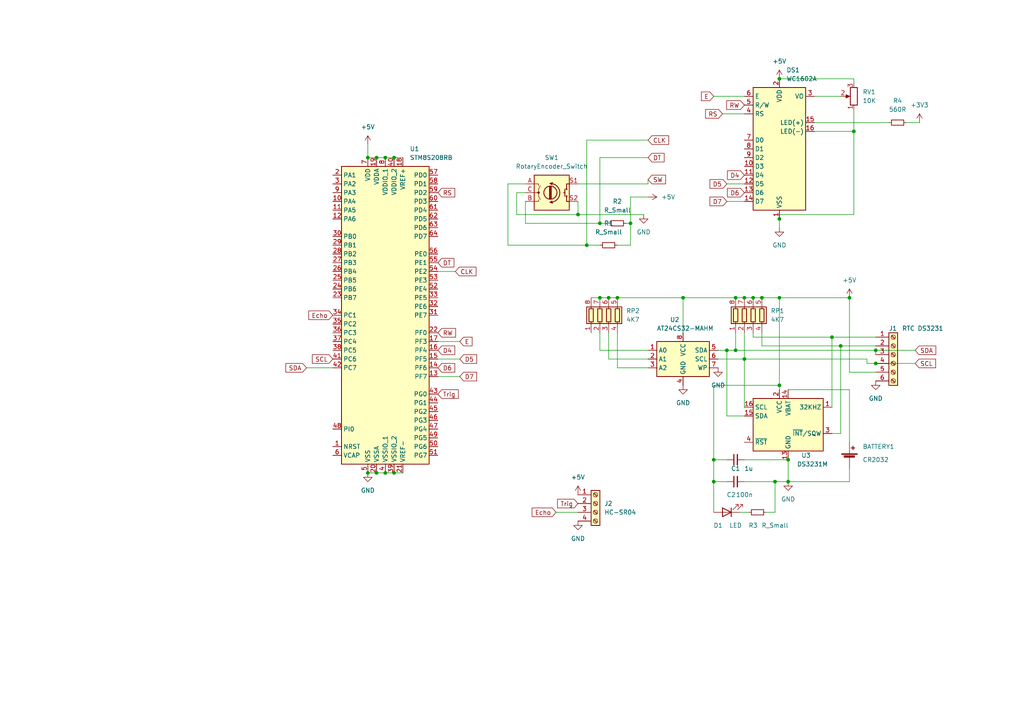
<source format=kicad_sch>
(kicad_sch (version 20211123) (generator eeschema)
  (paper "A4")
  (lib_symbols
    (symbol "Connector:Screw_Terminal_01x04" (pin_names (offset 1.016) hide)
      (property "Reference" "J" (at 0 5.08 0))
      (property "Value" "Screw_Terminal_01x04" (at 0 -7.62 0))
      (symbol "Screw_Terminal_01x04_1_1"
        (rectangle (start -1.27 3.81) (end 1.27 -6.35) (stroke (width 0.254)) (fill (type background)))
        (circle (center 0 -5.08) (radius 0.635) (stroke (width 0.1524)))
        (circle (center 0 -2.54) (radius 0.635) (stroke (width 0.1524)))
        (polyline (pts (xy -0.5334 -4.7498) (xy 0.3302 -5.588)) (stroke (width 0.1524)))
        (polyline (pts (xy -0.5334 -2.2098) (xy 0.3302 -3.048)) (stroke (width 0.1524)))
        (polyline (pts (xy -0.5334 0.3302) (xy 0.3302 -0.508)) (stroke (width 0.1524)))
        (polyline (pts (xy -0.5334 2.8702) (xy 0.3302 2.032)) (stroke (width 0.1524)))
        (polyline (pts (xy -0.3556 -4.572) (xy 0.508 -5.4102)) (stroke (width 0.1524)))
        (polyline (pts (xy -0.3556 -2.032) (xy 0.508 -2.8702)) (stroke (width 0.1524)))
        (polyline (pts (xy -0.3556 0.508) (xy 0.508 -0.3302)) (stroke (width 0.1524)))
        (polyline (pts (xy -0.3556 3.048) (xy 0.508 2.2098)) (stroke (width 0.1524)))
        (circle (center 0 0) (radius 0.635) (stroke (width 0.1524)))
        (circle (center 0 2.54) (radius 0.635) (stroke (width 0.1524)))
        (pin passive line (at -5.08 2.54 0) (length 3.81) (name "Pin_1") (number "1"))
        (pin passive line (at -5.08 0 0) (length 3.81) (name "Pin_2") (number "2"))
        (pin passive line (at -5.08 -2.54 0) (length 3.81) (name "Pin_3") (number "3"))
        (pin passive line (at -5.08 -5.08 0) (length 3.81) (name "Pin_4") (number "4"))
      )
    )
    (symbol "Connector:Screw_Terminal_01x06" (pin_names (offset 1.016) hide)
      (property "Reference" "J" (at 0 7.62 0))
      (property "Value" "Screw_Terminal_01x06" (at 0 -10.16 0))
      (symbol "Screw_Terminal_01x06_1_1"
        (rectangle (start -1.27 6.35) (end 1.27 -8.89) (stroke (width 0.254)) (fill (type background)))
        (circle (center 0 -7.62) (radius 0.635) (stroke (width 0.1524)))
        (circle (center 0 -5.08) (radius 0.635) (stroke (width 0.1524)))
        (circle (center 0 -2.54) (radius 0.635) (stroke (width 0.1524)))
        (polyline (pts (xy -0.5334 -7.2898) (xy 0.3302 -8.128)) (stroke (width 0.1524)))
        (polyline (pts (xy -0.5334 -4.7498) (xy 0.3302 -5.588)) (stroke (width 0.1524)))
        (polyline (pts (xy -0.5334 -2.2098) (xy 0.3302 -3.048)) (stroke (width 0.1524)))
        (polyline (pts (xy -0.5334 0.3302) (xy 0.3302 -0.508)) (stroke (width 0.1524)))
        (polyline (pts (xy -0.5334 2.8702) (xy 0.3302 2.032)) (stroke (width 0.1524)))
        (polyline (pts (xy -0.5334 5.4102) (xy 0.3302 4.572)) (stroke (width 0.1524)))
        (polyline (pts (xy -0.3556 -7.112) (xy 0.508 -7.9502)) (stroke (width 0.1524)))
        (polyline (pts (xy -0.3556 -4.572) (xy 0.508 -5.4102)) (stroke (width 0.1524)))
        (polyline (pts (xy -0.3556 -2.032) (xy 0.508 -2.8702)) (stroke (width 0.1524)))
        (polyline (pts (xy -0.3556 0.508) (xy 0.508 -0.3302)) (stroke (width 0.1524)))
        (polyline (pts (xy -0.3556 3.048) (xy 0.508 2.2098)) (stroke (width 0.1524)))
        (polyline (pts (xy -0.3556 5.588) (xy 0.508 4.7498)) (stroke (width 0.1524)))
        (circle (center 0 0) (radius 0.635) (stroke (width 0.1524)))
        (circle (center 0 2.54) (radius 0.635) (stroke (width 0.1524)))
        (circle (center 0 5.08) (radius 0.635) (stroke (width 0.1524)))
        (pin passive line (at -5.08 5.08 0) (length 3.81) (name "Pin_1") (number "1"))
        (pin passive line (at -5.08 2.54 0) (length 3.81) (name "Pin_2") (number "2"))
        (pin passive line (at -5.08 0 0) (length 3.81) (name "Pin_3") (number "3"))
        (pin passive line (at -5.08 -2.54 0) (length 3.81) (name "Pin_4") (number "4"))
        (pin passive line (at -5.08 -5.08 0) (length 3.81) (name "Pin_5") (number "5"))
        (pin passive line (at -5.08 -7.62 0) (length 3.81) (name "Pin_6") (number "6"))
      )
    )
    (symbol "Device:Battery_Cell" (pin_numbers hide) (pin_names (offset 0) hide)
      (property "Reference" "BT" (at 2.54 2.54 0))
      (property "Value" "Battery_Cell" (at 2.54 0 0))
      (symbol "Battery_Cell_0_1"
        (rectangle (start -2.286 1.778) (end 2.286 1.524) (fill (type outline)))
        (rectangle (start -1.5748 1.1938) (end 1.4732 0.6858) (fill (type outline)))
        (polyline (pts (xy 0 0.762) (xy 0 0)))
        (polyline (pts (xy 0 1.778) (xy 0 2.54)))
        (polyline (pts (xy 0.508 3.429) (xy 1.524 3.429)) (stroke (width 0.254)))
        (polyline (pts (xy 1.016 3.937) (xy 1.016 2.921)) (stroke (width 0.254)))
      )
      (symbol "Battery_Cell_1_1"
        (pin passive line (at 0 5.08 270) (length 2.54) (name "+") (number "1"))
        (pin passive line (at 0 -2.54 90) (length 2.54) (name "-") (number "2"))
      )
    )
    (symbol "Device:C_Small" (pin_numbers hide) (pin_names (offset 0.254) hide)
      (property "Reference" "C" (at 0.254 1.778 0))
      (property "Value" "C_Small" (at 0.254 -2.032 0))
      (symbol "C_Small_0_1"
        (polyline (pts (xy -1.524 -0.508) (xy 1.524 -0.508)) (stroke (width 0.3302)))
        (polyline (pts (xy -1.524 0.508) (xy 1.524 0.508)) (stroke (width 0.3048)))
      )
      (symbol "C_Small_1_1"
        (pin passive line (at 0 2.54 270) (length 2.032) (name "~") (number "1"))
        (pin passive line (at 0 -2.54 90) (length 2.032) (name "~") (number "2"))
      )
    )
    (symbol "Device:LED" (pin_numbers hide) (pin_names (offset 1.016) hide)
      (property "Reference" "D" (at 0 2.54 0))
      (property "Value" "LED" (at 0 -2.54 0))
      (symbol "LED_0_1"
        (polyline (pts (xy -1.27 -1.27) (xy -1.27 1.27)) (stroke (width 0.254)))
        (polyline (pts (xy -1.27 0) (xy 1.27 0)))
        (polyline (pts (xy 1.27 -1.27) (xy 1.27 1.27) (xy -1.27 0) (xy 1.27 -1.27)) (stroke (width 0.254)))
        (polyline (pts (xy -3.048 -0.762) (xy -4.572 -2.286) (xy -3.81 -2.286) (xy -4.572 -2.286) (xy -4.572 -1.524)))
        (polyline (pts (xy -1.778 -0.762) (xy -3.302 -2.286) (xy -2.54 -2.286) (xy -3.302 -2.286) (xy -3.302 -1.524)))
      )
      (symbol "LED_1_1"
        (pin passive line (at -3.81 0 0) (length 2.54) (name "K") (number "1"))
        (pin passive line (at 3.81 0 180) (length 2.54) (name "A") (number "2"))
      )
    )
    (symbol "Device:R_Pack04" (pin_names (offset 0) hide)
      (property "Reference" "RN" (at -7.62 0 90))
      (property "Value" "R_Pack04" (at 5.08 0 90))
      (symbol "R_Pack04_0_1"
        (rectangle (start -6.35 -2.413) (end 3.81 2.413) (stroke (width 0.254)) (fill (type background)))
        (rectangle (start -5.715 1.905) (end -4.445 -1.905) (stroke (width 0.254)))
        (rectangle (start -3.175 1.905) (end -1.905 -1.905) (stroke (width 0.254)))
        (rectangle (start -0.635 1.905) (end 0.635 -1.905) (stroke (width 0.254)))
        (polyline (pts (xy -5.08 -2.54) (xy -5.08 -1.905)))
        (polyline (pts (xy -5.08 1.905) (xy -5.08 2.54)))
        (polyline (pts (xy -2.54 -2.54) (xy -2.54 -1.905)))
        (polyline (pts (xy -2.54 1.905) (xy -2.54 2.54)))
        (polyline (pts (xy 0 -2.54) (xy 0 -1.905)))
        (polyline (pts (xy 0 1.905) (xy 0 2.54)))
        (polyline (pts (xy 2.54 -2.54) (xy 2.54 -1.905)))
        (polyline (pts (xy 2.54 1.905) (xy 2.54 2.54)))
        (rectangle (start 1.905 1.905) (end 3.175 -1.905) (stroke (width 0.254)))
      )
      (symbol "R_Pack04_1_1"
        (pin passive line (at -5.08 -5.08 90) (length 2.54) (name "R1.1") (number "1"))
        (pin passive line (at -2.54 -5.08 90) (length 2.54) (name "R2.1") (number "2"))
        (pin passive line (at 0 -5.08 90) (length 2.54) (name "R3.1") (number "3"))
        (pin passive line (at 2.54 -5.08 90) (length 2.54) (name "R4.1") (number "4"))
        (pin passive line (at 2.54 5.08 270) (length 2.54) (name "R4.2") (number "5"))
        (pin passive line (at 0 5.08 270) (length 2.54) (name "R3.2") (number "6"))
        (pin passive line (at -2.54 5.08 270) (length 2.54) (name "R2.2") (number "7"))
        (pin passive line (at -5.08 5.08 270) (length 2.54) (name "R1.2") (number "8"))
      )
    )
    (symbol "Device:R_Potentiometer" (pin_names (offset 1.016) hide)
      (property "Reference" "RV" (at -4.445 0 90))
      (property "Value" "R_Potentiometer" (at -2.54 0 90))
      (symbol "R_Potentiometer_0_1"
        (polyline (pts (xy 2.54 0) (xy 1.524 0)))
        (polyline (pts (xy 1.143 0) (xy 2.286 0.508) (xy 2.286 -0.508) (xy 1.143 0)) (fill (type outline)))
        (rectangle (start 1.016 2.54) (end -1.016 -2.54) (stroke (width 0.254)))
      )
      (symbol "R_Potentiometer_1_1"
        (pin passive line (at 0 3.81 270) (length 1.27) (name "1") (number "1"))
        (pin passive line (at 3.81 0 180) (length 1.27) (name "2") (number "2"))
        (pin passive line (at 0 -3.81 90) (length 1.27) (name "3") (number "3"))
      )
    )
    (symbol "Device:R_Small" (pin_numbers hide) (pin_names (offset 0.254) hide)
      (property "Reference" "R" (at 0.762 0.508 0))
      (property "Value" "R_Small" (at 0.762 -1.016 0))
      (symbol "R_Small_0_1"
        (rectangle (start -0.762 1.778) (end 0.762 -1.778) (stroke (width 0.2032)))
      )
      (symbol "R_Small_1_1"
        (pin passive line (at 0 2.54 270) (length 0.762) (name "~") (number "1"))
        (pin passive line (at 0 -2.54 90) (length 0.762) (name "~") (number "2"))
      )
    )
    (symbol "Device:RotaryEncoder_Switch" (pin_names (offset 0.254) hide)
      (property "Reference" "SW" (at 0 6.604 0))
      (property "Value" "RotaryEncoder_Switch" (at 0 -6.604 0))
      (symbol "RotaryEncoder_Switch_0_1"
        (rectangle (start -5.08 5.08) (end 5.08 -5.08) (stroke (width 0.254)) (fill (type background)))
        (circle (center -3.81 0) (radius 0.254) (fill (type outline)))
        (arc (start -0.381 -2.794) (mid 2.3622 -0.0635) (end -0.381 2.667) (stroke (width 0.254)))
        (circle (center -0.381 0) (radius 1.905) (stroke (width 0.254)))
        (polyline (pts (xy -0.635 -1.778) (xy -0.635 1.778)) (stroke (width 0.254)))
        (polyline (pts (xy -0.381 -1.778) (xy -0.381 1.778)) (stroke (width 0.254)))
        (polyline (pts (xy -0.127 1.778) (xy -0.127 -1.778)) (stroke (width 0.254)))
        (polyline (pts (xy 3.81 0) (xy 3.429 0)) (stroke (width 0.254)))
        (polyline (pts (xy 3.81 1.016) (xy 3.81 -1.016)) (stroke (width 0.254)))
        (polyline (pts (xy -5.08 -2.54) (xy -3.81 -2.54) (xy -3.81 -2.032)))
        (polyline (pts (xy -5.08 2.54) (xy -3.81 2.54) (xy -3.81 2.032)))
        (polyline (pts (xy 0.254 -3.048) (xy -0.508 -2.794) (xy 0.127 -2.413)) (stroke (width 0.254)))
        (polyline (pts (xy 0.254 2.921) (xy -0.508 2.667) (xy 0.127 2.286)) (stroke (width 0.254)))
        (polyline (pts (xy 5.08 -2.54) (xy 4.318 -2.54) (xy 4.318 -1.016)) (stroke (width 0.254)))
        (polyline (pts (xy 5.08 2.54) (xy 4.318 2.54) (xy 4.318 1.016)) (stroke (width 0.254)))
        (polyline (pts (xy -5.08 0) (xy -3.81 0) (xy -3.81 -1.016) (xy -3.302 -2.032)))
        (polyline (pts (xy -4.318 0) (xy -3.81 0) (xy -3.81 1.016) (xy -3.302 2.032)))
        (circle (center 4.318 -1.016) (radius 0.127) (stroke (width 0.254)))
        (circle (center 4.318 1.016) (radius 0.127) (stroke (width 0.254)))
      )
      (symbol "RotaryEncoder_Switch_1_1"
        (pin passive line (at -7.62 2.54 0) (length 2.54) (name "A") (number "A"))
        (pin passive line (at -7.62 -2.54 0) (length 2.54) (name "B") (number "B"))
        (pin passive line (at -7.62 0 0) (length 2.54) (name "C") (number "C"))
        (pin passive line (at 7.62 2.54 180) (length 2.54) (name "S1") (number "S1"))
        (pin passive line (at 7.62 -2.54 180) (length 2.54) (name "S2") (number "S2"))
      )
    )
    (symbol "Display_Character:WC1602A"
      (property "Reference" "DS" (at -5.842 19.05 0))
      (property "Value" "WC1602A" (at 5.334 19.05 0))
      (symbol "WC1602A_1_1"
        (rectangle (start -7.62 17.78) (end 7.62 -17.78) (stroke (width 0.254)) (fill (type background)))
        (pin power_in line (at 0 -20.32 90) (length 2.54) (name "VSS") (number "1"))
        (pin input line (at -10.16 -5.08 0) (length 2.54) (name "D3") (number "10"))
        (pin input line (at -10.16 -7.62 0) (length 2.54) (name "D4") (number "11"))
        (pin input line (at -10.16 -10.16 0) (length 2.54) (name "D5") (number "12"))
        (pin input line (at -10.16 -12.7 0) (length 2.54) (name "D6") (number "13"))
        (pin input line (at -10.16 -15.24 0) (length 2.54) (name "D7") (number "14"))
        (pin power_in line (at 10.16 7.62 180) (length 2.54) (name "LED(+)") (number "15"))
        (pin power_in line (at 10.16 5.08 180) (length 2.54) (name "LED(-)") (number "16"))
        (pin power_in line (at 0 20.32 270) (length 2.54) (name "VDD") (number "2"))
        (pin input line (at 10.16 15.24 180) (length 2.54) (name "VO") (number "3"))
        (pin input line (at -10.16 10.16 0) (length 2.54) (name "RS") (number "4"))
        (pin input line (at -10.16 12.7 0) (length 2.54) (name "R/W") (number "5"))
        (pin input line (at -10.16 15.24 0) (length 2.54) (name "E") (number "6"))
        (pin input line (at -10.16 2.54 0) (length 2.54) (name "D0") (number "7"))
        (pin input line (at -10.16 0 0) (length 2.54) (name "D1") (number "8"))
        (pin input line (at -10.16 -2.54 0) (length 2.54) (name "D2") (number "9"))
      )
    )
    (symbol "MCU_ST_STM8:STM8S208RB"
      (property "Reference" "U" (at 13.97 48.26 0))
      (property "Value" "STM8S208RB" (at 13.97 45.72 0))
      (symbol "STM8S208RB_0_1"
        (rectangle (start 12.7 43.18) (end -12.7 -43.18) (stroke (width 0.254)) (fill (type background)))
      )
      (symbol "STM8S208RB_1_1"
        (pin input line (at -15.24 -38.1 0) (length 2.54) (name "NRST") (number "1"))
        (pin bidirectional line (at -15.24 33.02 0) (length 2.54) (name "PA4") (number "10"))
        (pin bidirectional line (at -15.24 30.48 0) (length 2.54) (name "PA5") (number "11"))
        (pin bidirectional line (at -15.24 27.94 0) (length 2.54) (name "PA6") (number "12"))
        (pin bidirectional line (at 15.24 -17.78 180) (length 2.54) (name "PF7") (number "13"))
        (pin bidirectional line (at 15.24 -15.24 180) (length 2.54) (name "PF6") (number "14"))
        (pin bidirectional line (at 15.24 -12.7 180) (length 2.54) (name "PF5") (number "15"))
        (pin bidirectional line (at 15.24 -10.16 180) (length 2.54) (name "PF4") (number "16"))
        (pin bidirectional line (at 15.24 -7.62 180) (length 2.54) (name "PF3") (number "17"))
        (pin power_in line (at 5.08 45.72 270) (length 2.54) (name "VREF+") (number "18"))
        (pin power_in line (at -2.54 45.72 270) (length 2.54) (name "VDDA") (number "19"))
        (pin bidirectional line (at -15.24 40.64 0) (length 2.54) (name "PA1") (number "2"))
        (pin power_in line (at -2.54 -45.72 90) (length 2.54) (name "VSSA") (number "20"))
        (pin power_in line (at 5.08 -45.72 90) (length 2.54) (name "VREF-") (number "21"))
        (pin bidirectional line (at 15.24 -5.08 180) (length 2.54) (name "PF0") (number "22"))
        (pin bidirectional line (at -15.24 5.08 0) (length 2.54) (name "PB7") (number "23"))
        (pin bidirectional line (at -15.24 7.62 0) (length 2.54) (name "PB6") (number "24"))
        (pin bidirectional line (at -15.24 10.16 0) (length 2.54) (name "PB5") (number "25"))
        (pin bidirectional line (at -15.24 12.7 0) (length 2.54) (name "PB4") (number "26"))
        (pin bidirectional line (at -15.24 15.24 0) (length 2.54) (name "PB3") (number "27"))
        (pin bidirectional line (at -15.24 17.78 0) (length 2.54) (name "PB2") (number "28"))
        (pin bidirectional line (at -15.24 20.32 0) (length 2.54) (name "PB1") (number "29"))
        (pin bidirectional line (at -15.24 38.1 0) (length 2.54) (name "PA2") (number "3"))
        (pin bidirectional line (at -15.24 22.86 0) (length 2.54) (name "PB0") (number "30"))
        (pin bidirectional line (at 15.24 0 180) (length 2.54) (name "PE7") (number "31"))
        (pin bidirectional line (at 15.24 2.54 180) (length 2.54) (name "PE6") (number "32"))
        (pin bidirectional line (at 15.24 5.08 180) (length 2.54) (name "PE5") (number "33"))
        (pin bidirectional line (at -15.24 0 0) (length 2.54) (name "PC1") (number "34"))
        (pin bidirectional line (at -15.24 -2.54 0) (length 2.54) (name "PC2") (number "35"))
        (pin bidirectional line (at -15.24 -5.08 0) (length 2.54) (name "PC3") (number "36"))
        (pin bidirectional line (at -15.24 -7.62 0) (length 2.54) (name "PC4") (number "37"))
        (pin bidirectional line (at -15.24 -10.16 0) (length 2.54) (name "PC5") (number "38"))
        (pin power_in line (at 2.54 -45.72 90) (length 2.54) (name "VSSIO_2") (number "39"))
        (pin power_in line (at 0 -45.72 90) (length 2.54) (name "VSSIO_1") (number "4"))
        (pin power_in line (at 2.54 45.72 270) (length 2.54) (name "VDDIO_2") (number "40"))
        (pin bidirectional line (at -15.24 -12.7 0) (length 2.54) (name "PC6") (number "41"))
        (pin bidirectional line (at -15.24 -15.24 0) (length 2.54) (name "PC7") (number "42"))
        (pin bidirectional line (at 15.24 -22.86 180) (length 2.54) (name "PG0") (number "43"))
        (pin bidirectional line (at 15.24 -25.4 180) (length 2.54) (name "PG1") (number "44"))
        (pin bidirectional line (at 15.24 -27.94 180) (length 2.54) (name "PG2") (number "45"))
        (pin bidirectional line (at 15.24 -30.48 180) (length 2.54) (name "PG3") (number "46"))
        (pin bidirectional line (at 15.24 -33.02 180) (length 2.54) (name "PG4") (number "47"))
        (pin bidirectional line (at -15.24 -33.02 0) (length 2.54) (name "PI0") (number "48"))
        (pin bidirectional line (at 15.24 -35.56 180) (length 2.54) (name "PG5") (number "49"))
        (pin power_in line (at -5.08 -45.72 90) (length 2.54) (name "VSS") (number "5"))
        (pin bidirectional line (at 15.24 -38.1 180) (length 2.54) (name "PG6") (number "50"))
        (pin bidirectional line (at 15.24 -40.64 180) (length 2.54) (name "PG7") (number "51"))
        (pin bidirectional line (at 15.24 7.62 180) (length 2.54) (name "PE4") (number "52"))
        (pin bidirectional line (at 15.24 10.16 180) (length 2.54) (name "PE3") (number "53"))
        (pin bidirectional line (at 15.24 12.7 180) (length 2.54) (name "PE2") (number "54"))
        (pin bidirectional line (at 15.24 15.24 180) (length 2.54) (name "PE1") (number "55"))
        (pin bidirectional line (at 15.24 17.78 180) (length 2.54) (name "PE0") (number "56"))
        (pin bidirectional line (at 15.24 40.64 180) (length 2.54) (name "PD0") (number "57"))
        (pin bidirectional line (at 15.24 38.1 180) (length 2.54) (name "PD1") (number "58"))
        (pin bidirectional line (at 15.24 35.56 180) (length 2.54) (name "PD2") (number "59"))
        (pin input line (at -15.24 -40.64 0) (length 2.54) (name "VCAP") (number "6"))
        (pin bidirectional line (at 15.24 33.02 180) (length 2.54) (name "PD3") (number "60"))
        (pin bidirectional line (at 15.24 30.48 180) (length 2.54) (name "PD4") (number "61"))
        (pin bidirectional line (at 15.24 27.94 180) (length 2.54) (name "PD5") (number "62"))
        (pin bidirectional line (at 15.24 25.4 180) (length 2.54) (name "PD6") (number "63"))
        (pin bidirectional line (at 15.24 22.86 180) (length 2.54) (name "PD7") (number "64"))
        (pin power_in line (at -5.08 45.72 270) (length 2.54) (name "VDD") (number "7"))
        (pin power_in line (at 0 45.72 270) (length 2.54) (name "VDDIO_1") (number "8"))
        (pin bidirectional line (at -15.24 35.56 0) (length 2.54) (name "PA3") (number "9"))
      )
    )
    (symbol "Memory_EEPROM:AT24CS32-MAHM"
      (property "Reference" "U" (at -7.62 6.35 0))
      (property "Value" "AT24CS32-MAHM" (at 2.54 -6.35 0))
      (symbol "AT24CS32-MAHM_1_1"
        (rectangle (start -7.62 5.08) (end 7.62 -5.08) (stroke (width 0.254)) (fill (type background)))
        (pin input line (at -10.16 2.54 0) (length 2.54) (name "A0") (number "1"))
        (pin input line (at -10.16 0 0) (length 2.54) (name "A1") (number "2"))
        (pin input line (at -10.16 -2.54 0) (length 2.54) (name "A2") (number "3"))
        (pin power_in line (at 0 -7.62 90) (length 2.54) (name "GND") (number "4"))
        (pin bidirectional line (at 10.16 2.54 180) (length 2.54) (name "SDA") (number "5"))
        (pin input line (at 10.16 0 180) (length 2.54) (name "SCL") (number "6"))
        (pin input line (at 10.16 -2.54 180) (length 2.54) (name "WP") (number "7"))
        (pin power_in line (at 0 7.62 270) (length 2.54) (name "VCC") (number "8"))
      )
    )
    (symbol "Timer_RTC:DS3231M"
      (property "Reference" "U" (at -7.62 8.89 0))
      (property "Value" "DS3231M" (at 10.16 8.89 0))
      (symbol "DS3231M_0_1"
        (rectangle (start -10.16 7.62) (end 10.16 -7.62) (stroke (width 0.254)) (fill (type background)))
      )
      (symbol "DS3231M_1_1"
        (pin open_collector line (at 12.7 5.08 180) (length 2.54) (name "32KHZ") (number "1"))
        (pin passive line (at 0 -10.16 90) (length 2.54) hide (name "GND") (number "10"))
        (pin passive line (at 0 -10.16 90) (length 2.54) hide (name "GND") (number "11"))
        (pin passive line (at 0 -10.16 90) (length 2.54) hide (name "GND") (number "12"))
        (pin power_in line (at 0 -10.16 90) (length 2.54) (name "GND") (number "13"))
        (pin power_in line (at 0 10.16 270) (length 2.54) (name "VBAT") (number "14"))
        (pin bidirectional line (at -12.7 2.54 0) (length 2.54) (name "SDA") (number "15"))
        (pin input line (at -12.7 5.08 0) (length 2.54) (name "SCL") (number "16"))
        (pin power_in line (at -2.54 10.16 270) (length 2.54) (name "VCC") (number "2"))
        (pin open_collector line (at 12.7 -2.54 180) (length 2.54) (name "~{INT}/SQW") (number "3"))
        (pin bidirectional line (at -12.7 -5.08 0) (length 2.54) (name "~{RST}") (number "4"))
        (pin passive line (at 0 -10.16 90) (length 2.54) hide (name "GND") (number "5"))
        (pin passive line (at 0 -10.16 90) (length 2.54) hide (name "GND") (number "6"))
        (pin passive line (at 0 -10.16 90) (length 2.54) hide (name "GND") (number "7"))
        (pin passive line (at 0 -10.16 90) (length 2.54) hide (name "GND") (number "8"))
        (pin passive line (at 0 -10.16 90) (length 2.54) hide (name "GND") (number "9"))
      )
    )
    (symbol "power:+3.3V" (power) (pin_names (offset 0))
      (property "Value" "+3.3V" (at 0 3.556 0))
      (symbol "+3.3V_0_1"
        (polyline (pts (xy -0.762 1.27) (xy 0 2.54)))
        (polyline (pts (xy 0 0) (xy 0 2.54)))
        (polyline (pts (xy 0 2.54) (xy 0.762 1.27)))
      )
      (symbol "+3.3V_1_1"
        (pin power_in line (at 0 0 90) (length 0) hide (name "+3V3") (number "1"))
      )
    )
    (symbol "power:+5V" (power) (pin_names (offset 0))
      (property "Value" "+5V" (at 0 3.556 0))
      (symbol "+5V_0_1"
        (polyline (pts (xy -0.762 1.27) (xy 0 2.54)))
        (polyline (pts (xy 0 0) (xy 0 2.54)))
        (polyline (pts (xy 0 2.54) (xy 0.762 1.27)))
      )
      (symbol "+5V_1_1"
        (pin power_in line (at 0 0 90) (length 0) hide (name "+5V") (number "1"))
      )
    )
    (symbol "power:GND" (power) (pin_names (offset 0))
      (property "Value" "GND" (at 0 -3.81 0))
      (symbol "GND_0_1"
        (polyline (pts (xy 0 0) (xy 0 -1.27) (xy 1.27 -1.27) (xy 0 -2.54) (xy -1.27 -1.27) (xy 0 -1.27)))
      )
      (symbol "GND_1_1"
        (pin power_in line (at 0 0 270) (length 0) hide (name "GND") (number "1"))
      )
    )
  )
  (junction (at 207.01 133.35))
  (junction (at 246.38 86.36))
  (junction (at 241.3 97.79))
  (junction (at 220.98 86.36))
  (junction (at 114.3 45.72))
  (junction (at 106.68 137.16))
  (junction (at 247.65 38.1))
  (junction (at 109.22 45.72))
  (junction (at 215.9 104.14))
  (junction (at 254 105.41))
  (junction (at 173.99 64.77))
  (junction (at 173.99 86.36))
  (junction (at 226.06 111.76))
  (junction (at 111.76 45.72))
  (junction (at 210.82 101.6))
  (junction (at 170.18 71.12))
  (junction (at 111.76 137.16))
  (junction (at 228.6 139.7))
  (junction (at 167.64 62.23))
  (junction (at 226.06 63.5))
  (junction (at 243.84 100.33))
  (junction (at 198.12 86.36))
  (junction (at 213.36 86.36))
  (junction (at 226.06 22.86))
  (junction (at 106.68 45.72))
  (junction (at 226.06 86.36))
  (junction (at 109.22 137.16))
  (junction (at 179.07 86.36))
  (junction (at 213.36 101.6))
  (junction (at 228.6 133.35))
  (junction (at 215.9 86.36))
  (junction (at 218.44 86.36))
  (junction (at 254 101.6))
  (junction (at 207.01 139.7))
  (junction (at 182.88 64.77))
  (junction (at 114.3 137.16))
  (junction (at 224.79 139.7))
  (junction (at 176.53 86.36))
  (wire (pts (xy 182.88 71.12) (xy 182.88 64.77)))
  (wire (pts (xy 173.99 101.6) (xy 173.99 96.52)))
  (wire (pts (xy 220.98 100.33) (xy 243.84 100.33)))
  (wire (pts (xy 224.79 139.7) (xy 228.6 139.7)))
  (wire (pts (xy 133.35 99.06) (xy 127 99.06)))
  (wire (pts (xy 179.07 106.68) (xy 179.07 96.52)))
  (wire (pts (xy 215.9 120.65) (xy 210.82 120.65)))
  (wire (pts (xy 111.76 45.72) (xy 114.3 45.72)))
  (wire (pts (xy 182.88 64.77) (xy 182.88 57.15)))
  (wire (pts (xy 147.32 71.12) (xy 147.32 53.34)))
  (wire (pts (xy 173.99 45.72) (xy 187.96 45.72)))
  (wire (pts (xy 210.82 120.65) (xy 210.82 101.6)))
  (wire (pts (xy 251.46 105.41) (xy 254 105.41)))
  (wire (pts (xy 187.96 53.34) (xy 187.96 52.07)))
  (wire (pts (xy 241.3 97.79) (xy 254 97.79)))
  (wire (pts (xy 246.38 107.95) (xy 254 107.95)))
  (wire (pts (xy 111.76 137.16) (xy 114.3 137.16)))
  (wire (pts (xy 149.86 55.88) (xy 149.86 62.23)))
  (wire (pts (xy 215.9 104.14) (xy 251.46 104.14)))
  (wire (pts (xy 170.18 40.64) (xy 187.96 40.64)))
  (wire (pts (xy 173.99 71.12) (xy 170.18 71.12)))
  (wire (pts (xy 114.3 137.16) (xy 116.84 137.16)))
  (wire (pts (xy 207.01 133.35) (xy 207.01 139.7)))
  (wire (pts (xy 228.6 113.03) (xy 246.38 113.03)))
  (wire (pts (xy 213.36 101.6) (xy 254 101.6)))
  (wire (pts (xy 226.06 86.36) (xy 246.38 86.36)))
  (wire (pts (xy 254 101.6) (xy 254 102.87)))
  (wire (pts (xy 161.29 148.59) (xy 167.64 148.59)))
  (wire (pts (xy 236.22 27.94) (xy 243.84 27.94)))
  (wire (pts (xy 246.38 113.03) (xy 246.38 128.27)))
  (wire (pts (xy 208.28 101.6) (xy 210.82 101.6)))
  (wire (pts (xy 210.82 101.6) (xy 213.36 101.6)))
  (wire (pts (xy 152.4 55.88) (xy 149.86 55.88)))
  (wire (pts (xy 88.9 106.68) (xy 96.52 106.68)))
  (wire (pts (xy 171.45 86.36) (xy 173.99 86.36)))
  (wire (pts (xy 215.9 133.35) (xy 228.6 133.35)))
  (wire (pts (xy 187.96 101.6) (xy 173.99 101.6)))
  (wire (pts (xy 182.88 57.15) (xy 187.96 57.15)))
  (wire (pts (xy 210.82 53.34) (xy 215.9 53.34)))
  (wire (pts (xy 247.65 62.23) (xy 247.65 38.1)))
  (wire (pts (xy 226.06 111.76) (xy 226.06 113.03)))
  (wire (pts (xy 213.36 96.52) (xy 213.36 101.6)))
  (wire (pts (xy 241.3 125.73) (xy 243.84 125.73)))
  (wire (pts (xy 226.06 62.23) (xy 226.06 63.5)))
  (wire (pts (xy 109.22 137.16) (xy 111.76 137.16)))
  (wire (pts (xy 109.22 45.72) (xy 111.76 45.72)))
  (wire (pts (xy 207.01 133.35) (xy 210.82 133.35)))
  (wire (pts (xy 181.61 64.77) (xy 182.88 64.77)))
  (wire (pts (xy 228.6 139.7) (xy 228.6 133.35)))
  (wire (pts (xy 167.64 58.42) (xy 167.64 62.23)))
  (wire (pts (xy 176.53 86.36) (xy 179.07 86.36)))
  (wire (pts (xy 207.01 27.94) (xy 215.9 27.94)))
  (wire (pts (xy 226.06 66.04) (xy 226.06 63.5)))
  (wire (pts (xy 167.64 62.23) (xy 186.69 62.23)))
  (wire (pts (xy 207.01 139.7) (xy 210.82 139.7)))
  (wire (pts (xy 214.63 148.59) (xy 217.17 148.59)))
  (wire (pts (xy 218.44 97.79) (xy 241.3 97.79)))
  (wire (pts (xy 262.89 35.56) (xy 266.7 35.56)))
  (wire (pts (xy 254 105.41) (xy 265.43 105.41)))
  (wire (pts (xy 114.3 45.72) (xy 116.84 45.72)))
  (wire (pts (xy 241.3 97.79) (xy 241.3 118.11)))
  (wire (pts (xy 247.65 22.86) (xy 247.65 24.13)))
  (wire (pts (xy 209.55 33.02) (xy 215.9 33.02)))
  (wire (pts (xy 173.99 64.77) (xy 176.53 64.77)))
  (wire (pts (xy 170.18 71.12) (xy 147.32 71.12)))
  (wire (pts (xy 243.84 100.33) (xy 254 100.33)))
  (wire (pts (xy 207.01 111.76) (xy 207.01 133.35)))
  (wire (pts (xy 149.86 62.23) (xy 167.64 62.23)))
  (wire (pts (xy 243.84 125.73) (xy 243.84 100.33)))
  (wire (pts (xy 207.01 139.7) (xy 207.01 148.59)))
  (wire (pts (xy 106.68 41.91) (xy 106.68 45.72)))
  (wire (pts (xy 220.98 96.52) (xy 220.98 100.33)))
  (wire (pts (xy 179.07 71.12) (xy 182.88 71.12)))
  (wire (pts (xy 218.44 86.36) (xy 220.98 86.36)))
  (wire (pts (xy 226.06 86.36) (xy 226.06 111.76)))
  (wire (pts (xy 226.06 62.23) (xy 247.65 62.23)))
  (wire (pts (xy 208.28 104.14) (xy 215.9 104.14)))
  (wire (pts (xy 152.4 58.42) (xy 152.4 64.77)))
  (wire (pts (xy 167.64 53.34) (xy 187.96 53.34)))
  (wire (pts (xy 257.81 35.56) (xy 236.22 35.56)))
  (wire (pts (xy 224.79 148.59) (xy 224.79 139.7)))
  (wire (pts (xy 187.96 106.68) (xy 179.07 106.68)))
  (wire (pts (xy 152.4 64.77) (xy 173.99 64.77)))
  (wire (pts (xy 247.65 38.1) (xy 247.65 31.75)))
  (wire (pts (xy 187.96 104.14) (xy 176.53 104.14)))
  (wire (pts (xy 218.44 96.52) (xy 218.44 97.79)))
  (wire (pts (xy 133.35 104.14) (xy 127 104.14)))
  (wire (pts (xy 198.12 86.36) (xy 198.12 96.52)))
  (wire (pts (xy 132.08 78.74) (xy 127 78.74)))
  (wire (pts (xy 251.46 104.14) (xy 251.46 105.41)))
  (wire (pts (xy 173.99 64.77) (xy 173.99 45.72)))
  (wire (pts (xy 213.36 86.36) (xy 215.9 86.36)))
  (wire (pts (xy 106.68 137.16) (xy 109.22 137.16)))
  (wire (pts (xy 210.82 58.42) (xy 215.9 58.42)))
  (wire (pts (xy 222.25 148.59) (xy 224.79 148.59)))
  (wire (pts (xy 179.07 86.36) (xy 198.12 86.36)))
  (wire (pts (xy 215.9 104.14) (xy 215.9 118.11)))
  (wire (pts (xy 236.22 38.1) (xy 247.65 38.1)))
  (wire (pts (xy 220.98 86.36) (xy 226.06 86.36)))
  (wire (pts (xy 215.9 139.7) (xy 224.79 139.7)))
  (wire (pts (xy 176.53 104.14) (xy 176.53 96.52)))
  (wire (pts (xy 198.12 86.36) (xy 213.36 86.36)))
  (wire (pts (xy 246.38 86.36) (xy 246.38 107.95)))
  (wire (pts (xy 254 101.6) (xy 265.43 101.6)))
  (wire (pts (xy 173.99 86.36) (xy 176.53 86.36)))
  (wire (pts (xy 226.06 22.86) (xy 247.65 22.86)))
  (wire (pts (xy 133.35 109.22) (xy 127 109.22)))
  (wire (pts (xy 215.9 86.36) (xy 218.44 86.36)))
  (wire (pts (xy 170.18 71.12) (xy 170.18 40.64)))
  (wire (pts (xy 106.68 45.72) (xy 109.22 45.72)))
  (wire (pts (xy 246.38 139.7) (xy 228.6 139.7)))
  (wire (pts (xy 215.9 96.52) (xy 215.9 104.14)))
  (wire (pts (xy 246.38 135.89) (xy 246.38 139.7)))
  (wire (pts (xy 147.32 53.34) (xy 152.4 53.34)))
  (wire (pts (xy 226.06 111.76) (xy 207.01 111.76)))
  (global_label "SDA" (shape input) (at 265.43 101.6 0) (property "Intersheet References" "${INTERSHEET_REFS}" (effects hide)))
  (global_label "CLK" (shape input) (at 132.08 78.74 0) (property "Intersheet References" "${INTERSHEET_REFS}" (effects hide)))
  (global_label "Echo" (shape input) (at 161.29 148.59 180) (property "Intersheet References" "${INTERSHEET_REFS}" (effects hide)))
  (global_label "RS" (shape input) (at 209.55 33.02 180) (property "Intersheet References" "${INTERSHEET_REFS}" (effects hide)))
  (global_label "SCL" (shape input) (at 265.43 105.41 0) (property "Intersheet References" "${INTERSHEET_REFS}" (effects hide)))
  (global_label "RW" (shape input) (at 215.9 30.48 180) (property "Intersheet References" "${INTERSHEET_REFS}" (effects hide)))
  (global_label "CLK" (shape input) (at 187.96 40.64 0) (property "Intersheet References" "${INTERSHEET_REFS}" (effects hide)))
  (global_label "D5" (shape input) (at 133.35 104.14 0) (property "Intersheet References" "${INTERSHEET_REFS}" (effects hide)))
  (global_label "RS" (shape input) (at 127 55.88 0) (property "Intersheet References" "${INTERSHEET_REFS}" (effects hide)))
  (global_label "Trig" (shape input) (at 167.64 146.05 180) (property "Intersheet References" "${INTERSHEET_REFS}" (effects hide)))
  (global_label "SDA" (shape input) (at 88.9 106.68 180) (property "Intersheet References" "${INTERSHEET_REFS}" (effects hide)))
  (global_label "SW" (shape input) (at 187.96 52.07 0) (property "Intersheet References" "${INTERSHEET_REFS}" (effects hide)))
  (global_label "SCL" (shape input) (at 96.52 104.14 180) (property "Intersheet References" "${INTERSHEET_REFS}" (effects hide)))
  (global_label "D4" (shape input) (at 215.9 50.8 180) (property "Intersheet References" "${INTERSHEET_REFS}" (effects hide)))
  (global_label "E" (shape input) (at 207.01 27.94 180) (property "Intersheet References" "${INTERSHEET_REFS}" (effects hide)))
  (global_label "Echo" (shape input) (at 96.52 91.44 180) (property "Intersheet References" "${INTERSHEET_REFS}" (effects hide)))
  (global_label "D5" (shape input) (at 210.82 53.34 180) (property "Intersheet References" "${INTERSHEET_REFS}" (effects hide)))
  (global_label "DT" (shape input) (at 187.96 45.72 0) (property "Intersheet References" "${INTERSHEET_REFS}" (effects hide)))
  (global_label "Trig" (shape input) (at 127 114.3 0) (property "Intersheet References" "${INTERSHEET_REFS}" (effects hide)))
  (global_label "D7" (shape input) (at 210.82 58.42 180) (property "Intersheet References" "${INTERSHEET_REFS}" (effects hide)))
  (global_label "D4" (shape input) (at 127 101.6 0) (property "Intersheet References" "${INTERSHEET_REFS}" (effects hide)))
  (global_label "D6" (shape input) (at 127 106.68 0) (property "Intersheet References" "${INTERSHEET_REFS}" (effects hide)))
  (global_label "RW" (shape input) (at 127 96.52 0) (property "Intersheet References" "${INTERSHEET_REFS}" (effects hide)))
  (global_label "E" (shape input) (at 133.35 99.06 0) (property "Intersheet References" "${INTERSHEET_REFS}" (effects hide)))
  (global_label "D7" (shape input) (at 133.35 109.22 0) (property "Intersheet References" "${INTERSHEET_REFS}" (effects hide)))
  (global_label "DT" (shape input) (at 127 76.2 0) (property "Intersheet References" "${INTERSHEET_REFS}" (effects hide)))
  (global_label "D6" (shape input) (at 215.9 55.88 180) (property "Intersheet References" "${INTERSHEET_REFS}" (effects hide)))
  (symbol (lib_id "Device:C_Small") (at 213.36 133.35 90) (unit 1)
    (property "Reference" "C1" (at 213.36 135.89 90))
    (property "Value" "1u" (at 217.17 135.89 90))
  )
  (symbol (lib_id "Device:R_Small") (at 219.71 148.59 90) (unit 1)
    (property "Reference" "R3" (at 218.44 152.4 90))
    (property "Value" "R_Small" (at 224.79 152.4 90))
  )
  (symbol (lib_id "Device:R_Pack04") (at 218.44 91.44 0) (unit 1)
    (property "Reference" "RP1" (at 223.52 90.1699 0) (effects (justify left)))
    (property "Value" "4K7" (at 223.52 92.7099 0) (effects (justify left)))
  )
  (symbol (lib_id "power:GND") (at 198.12 111.76 0) (unit 1)
    (property "Reference" "#PWR07" (effects hide))
    (property "Value" "GND" (at 198.12 116.84 0))
  )
  (symbol (lib_id "Timer_RTC:DS3231M") (at 228.6 123.19 0) (unit 1)
    (property "Reference" "U3" (at 232.41 132.08 0) (effects (justify left)))
    (property "Value" "DS3231M" (at 231.14 134.62 0) (effects (justify left)))
    (property "Footprint" "Package_SO:SOIC-16W_7.5x10.3mm_P1.27mm" (effects hide))
    (property "Datasheet" "http://datasheets.maximintegrated.com/en/ds/DS3231.pdf" (effects hide))
  )
  (symbol (lib_id "power:+5V") (at 167.64 143.51 0) (unit 1)
    (property "Reference" "#PWR03" (effects hide))
    (property "Value" "+5V" (at 167.64 138.43 0))
  )
  (symbol (lib_id "power:+3.3V") (at 266.7 35.56 0) (unit 1)
    (property "Reference" "#PWR014" (effects hide))
    (property "Value" "+3.3V" (at 266.7 30.48 0))
  )
  (symbol (lib_id "Device:R_Small") (at 260.35 35.56 270) (unit 1)
    (property "Reference" "R4" (at 260.35 29.21 90))
    (property "Value" "560R" (at 260.35 31.75 90))
  )
  (symbol (lib_id "Memory_EEPROM:AT24CS32-MAHM") (at 198.12 104.14 0) (unit 1)
    (property "Reference" "U2" (at 194.31 92.71 0) (effects (justify left)))
    (property "Value" "AT24CS32-MAHM" (at 190.5 95.25 0) (effects (justify left)))
    (property "Footprint" "Package_DFN_QFN:DFN-8-1EP_3x2mm_P0.5mm_EP1.3x1.5mm" (effects hide))
    (property "Datasheet" "http://ww1.microchip.com/downloads/en/DeviceDoc/Atmel-8869-SEEPROM-AT24CS32-Datasheet.pdf" (effects hide))
  )
  (symbol (lib_id "Device:R_Potentiometer") (at 247.65 27.94 180) (unit 1)
    (property "Reference" "RV1" (at 250.19 26.6699 0) (effects (justify right)))
    (property "Value" "10K" (at 250.19 29.2099 0) (effects (justify right)))
  )
  (symbol (lib_id "MCU_ST_STM8:STM8S208RB") (at 111.76 91.44 0) (unit 1)
    (property "Reference" "U1" (at 118.8594 43.18 0) (effects (justify left)))
    (property "Value" "STM8S208RB" (at 118.8594 45.72 0) (effects (justify left)))
    (property "Footprint" "Package_QFP:LQFP-64_10x10mm_P0.5mm" (effects hide))
    (property "Datasheet" "https://www.st.com/resource/en/datasheet/stm8s208rb.pdf" (effects hide))
  )
  (symbol (lib_id "power:GND") (at 226.06 66.04 0) (unit 1)
    (property "Reference" "#PWR010" (effects hide))
    (property "Value" "GND" (at 226.06 71.12 0))
  )
  (symbol (lib_id "power:GND") (at 208.28 106.68 0) (unit 1)
    (property "Reference" "#PWR08" (effects hide))
    (property "Value" "GND" (at 208.28 111.76 0))
  )
  (symbol (lib_id "power:+5V") (at 246.38 86.36 0) (unit 1)
    (property "Reference" "#PWR012" (effects hide))
    (property "Value" "+5V" (at 246.38 81.28 0))
  )
  (symbol (lib_id "Device:Battery_Cell") (at 246.38 133.35 0) (unit 1)
    (property "Reference" "BATTERY1" (at 250.19 129.54 0) (effects (justify left)))
    (property "Value" "CR2032" (at 250.19 133.35 0) (effects (justify left)))
  )
  (symbol (lib_id "power:+5V") (at 226.06 22.86 0) (unit 1)
    (property "Reference" "#PWR09" (effects hide))
    (property "Value" "+5V" (at 226.06 17.78 0))
  )
  (symbol (lib_id "Device:C_Small") (at 213.36 139.7 90) (unit 1)
    (property "Reference" "C2" (at 212.09 143.51 90))
    (property "Value" "100n" (at 215.9 143.51 90))
  )
  (symbol (lib_id "power:GND") (at 106.68 137.16 0) (unit 1)
    (property "Reference" "#PWR02" (effects hide))
    (property "Value" "GND" (at 106.68 142.24 0))
  )
  (symbol (lib_id "Display_Character:WC1602A") (at 226.06 43.18 0) (unit 1)
    (property "Reference" "DS1" (at 228.0794 20.32 0) (effects (justify left)))
    (property "Value" "WC1602A" (at 228.0794 22.86 0) (effects (justify left)))
    (property "Footprint" "Display:WC1602A" (effects hide))
    (property "Datasheet" "http://www.wincomlcd.com/pdf/WC1602A-SFYLYHTC06.pdf" (effects hide))
  )
  (symbol (lib_id "Device:LED") (at 210.82 148.59 180) (unit 1)
    (property "Reference" "D1" (at 208.28 152.4 0))
    (property "Value" "LED" (at 213.36 152.4 0))
  )
  (symbol (lib_id "power:+5V") (at 106.68 41.91 0) (unit 1)
    (property "Reference" "#PWR01" (effects hide))
    (property "Value" "+5V" (at 106.68 36.83 0))
  )
  (symbol (lib_id "Device:RotaryEncoder_Switch") (at 160.02 55.88 0) (unit 1)
    (property "Reference" "SW1" (at 160.02 45.72 0))
    (property "Value" "RotaryEncoder_Switch" (at 160.02 48.26 0))
  )
  (symbol (lib_id "power:+5V") (at 187.96 57.15 270) (unit 1)
    (property "Reference" "#PWR06" (effects hide))
    (property "Value" "+5V" (at 191.77 57.1499 90) (effects (justify left)))
  )
  (symbol (lib_id "Device:R_Small") (at 176.53 71.12 90) (unit 1)
    (property "Reference" "R1" (at 176.53 64.77 90))
    (property "Value" "R_Small" (at 176.53 67.31 90))
  )
  (symbol (lib_id "power:GND") (at 167.64 151.13 0) (unit 1)
    (property "Reference" "#PWR04" (effects hide))
    (property "Value" "GND" (at 167.64 156.21 0))
  )
  (symbol (lib_id "power:GND") (at 228.6 139.7 0) (unit 1)
    (property "Reference" "#PWR011" (effects hide))
    (property "Value" "GND" (at 228.6 144.78 0))
  )
  (symbol (lib_id "Connector:Screw_Terminal_01x06") (at 259.08 102.87 0) (unit 1)
    (property "Reference" "J1" (at 257.81 95.25 0) (effects (justify left)))
    (property "Value" "RTC DS3231" (at 261.62 95.25 0) (effects (justify left)))
  )
  (symbol (lib_id "Device:R_Small") (at 179.07 64.77 270) (unit 1)
    (property "Reference" "R2" (at 179.07 58.42 90))
    (property "Value" "R_Small" (at 179.07 60.96 90))
  )
  (symbol (lib_id "Device:R_Pack04") (at 176.53 91.44 0) (unit 1)
    (property "Reference" "RP2" (at 181.61 90.1699 0) (effects (justify left)))
    (property "Value" "4K7" (at 181.61 92.7099 0) (effects (justify left)))
  )
  (symbol (lib_id "Connector:Screw_Terminal_01x04") (at 172.72 146.05 0) (unit 1)
    (property "Reference" "J2" (at 175.26 146.0499 0) (effects (justify left)))
    (property "Value" "HC-SR04" (at 175.26 148.5899 0) (effects (justify left)))
  )
  (symbol (lib_id "power:GND") (at 254 110.49 0) (unit 1)
    (property "Reference" "#PWR013" (effects hide))
    (property "Value" "GND" (at 254 115.57 0))
  )
  (symbol (lib_id "power:GND") (at 186.69 62.23 0) (unit 1)
    (property "Reference" "#PWR05" (effects hide))
    (property "Value" "GND" (at 186.69 67.31 0))
  )
)
</source>
